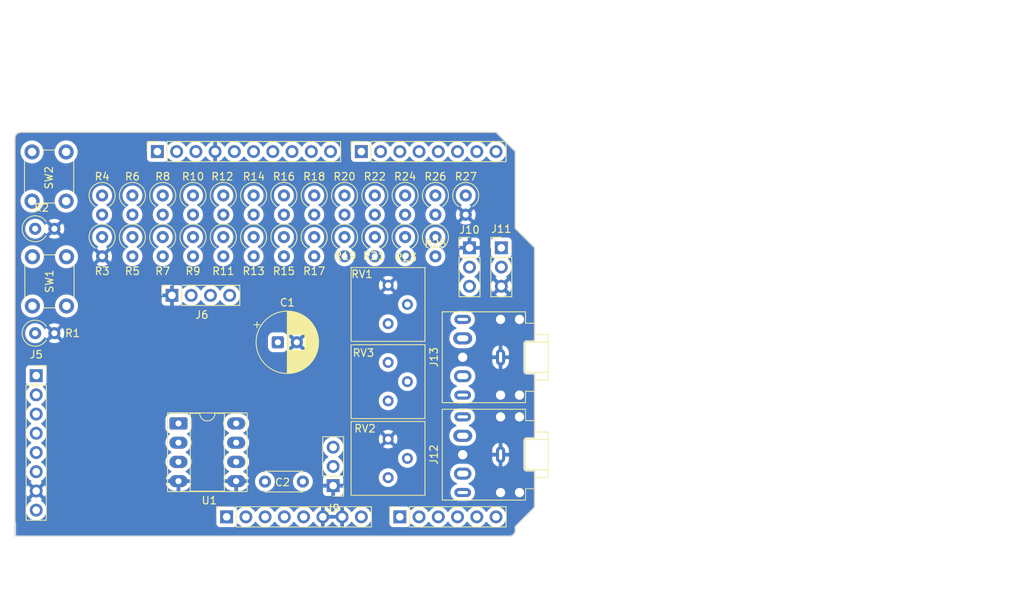
<source format=kicad_pcb>
(kicad_pcb (version 20241229) (generator "pcbnew") (generator_version "9.0")
  (title_block (date "mar. 31 mars 2015"))
  (layers (0 "F.Cu" signal) (2 "B.Cu" power) (13 "F.Paste" user) (15 "B.Paste" user) (5 "F.SilkS" user "F.Silkscreen") (7 "B.SilkS" user "B.Silkscreen") (1 "F.Mask" user) (3 "B.Mask" user) (25 "Edge.Cuts" user))
  (net 0 "")
  (net 1 "GND")
  (net 3 "+5V")
  (net 4 "/IOREF")
  (net 5 "/A0")
  (net 6 "/A1")
  (net 7 "/SDA{slash}A4")
  (net 8 "/SCL{slash}A5")
  (net 9 "/AREF")
  (net 10 "/TX{slash}1")
  (net 11 "/RX{slash}0")
  (net 12 "+3V3")
  (net 13 "VCC")
  (net 14 "/~{RESET}")
  (net 15 "/SCL")
  (net 16 "/SDA")
  (net 21 "/BT2")
  (net 22 "Net-(C2-Pad2)")
  (net 23 "Net-(U1A--)")
  (net 24 "/D7")
  (net 25 "/D8")
  (net 26 "/D9")
  (net 27 "/D6")
  (net 28 "/D4")
  (net 29 "/D5")
  (net 30 "/IN_RIGHT")
  (net 31 "/IN_LEFT")
  (net 32 "/BT1")
  (net 33 "/D3")
  (net 34 "/D2")
  (net 35 "/D0")
  (net 36 "/D1")
  (net 37 "Net-(J11-Pin_2)")
  (net 38 "/AUDIO_OUT")
  (net 39 "Net-(J9-Pin_3)")
  (net 40 "Net-(J9-Pin_2)")
  (net 41 "Net-(R14-Pad2)")
  (net 42 "Net-(R14-Pad1)")
  (net 43 "Net-(R15-Pad1)")
  (net 44 "Net-(R16-Pad1)")
  (net 45 "Net-(R17-Pad1)")
  (net 46 "Net-(R18-Pad1)")
  (net 47 "Net-(R10-Pad2)")
  (net 48 "Net-(R11-Pad2)")
  (net 49 "Net-(R12-Pad2)")
  (net 50 "Net-(R13-Pad2)")
  (net 51 "Net-(R26-Pad2)")
  (net 52 "Net-(R27-Pad1)")
  (net 53 "Net-(U1B--)")
  (footprint "Connector_PinSocket_2.54mm:PinSocket_1x08_P2.54mm_Vertical" (layer "F.Cu") (at 127.94 97.46 90)
    (property "Reference" "J1" (hide yes))
    (property "Value" "Power")
    (pad "1" thru_hole rect (at 0 0 90) (size 1.7 1.7) (drill 1) (layers "*.Cu" "*.Mask"))
    (pad "2" thru_hole oval (at 0 2.54 90) (size 1.7 1.7) (drill 1) (layers "*.Cu" "*.Mask") (net 4 "/IOREF"))
    (pad "3" thru_hole oval (at 0 5.08 90) (size 1.7 1.7) (drill 1) (layers "*.Cu" "*.Mask") (net 14 "/~{RESET}"))
    (pad "4" thru_hole oval (at 0 7.62 90) (size 1.7 1.7) (drill 1) (layers "*.Cu" "*.Mask") (net 12 "+3V3"))
    (pad "5" thru_hole oval (at 0 10.16 90) (size 1.7 1.7) (drill 1) (layers "*.Cu" "*.Mask") (net 3 "+5V"))
    (pad "6" thru_hole oval (at 0 12.7 90) (size 1.7 1.7) (drill 1) (layers "*.Cu" "*.Mask") (net 1 "GND"))
    (pad "7" thru_hole oval (at 0 15.24 90) (size 1.7 1.7) (drill 1) (layers "*.Cu" "*.Mask") (net 1 "GND"))
    (pad "8" thru_hole oval (at 0 17.78 90) (size 1.7 1.7) (drill 1) (layers "*.Cu" "*.Mask") (net 13 "VCC"))
  )
  (footprint "Connector_PinSocket_2.54mm:PinSocket_1x06_P2.54mm_Vertical" (layer "F.Cu") (at 150.8 97.46 90)
    (property "Reference" "J3" (hide yes))
    (property "Value" "Analog")
    (pad "1" thru_hole rect (at 0 0 90) (size 1.7 1.7) (drill 1) (layers "*.Cu" "*.Mask") (net 5 "/A0"))
    (pad "2" thru_hole oval (at 0 2.54 90) (size 1.7 1.7) (drill 1) (layers "*.Cu" "*.Mask") (net 6 "/A1"))
    (pad "3" thru_hole oval (at 0 5.08 90) (size 1.7 1.7) (drill 1) (layers "*.Cu" "*.Mask") (net 30 "/IN_RIGHT"))
    (pad "4" thru_hole oval (at 0 7.62 90) (size 1.7 1.7) (drill 1) (layers "*.Cu" "*.Mask") (net 31 "/IN_LEFT"))
    (pad "5" thru_hole oval (at 0 10.16 90) (size 1.7 1.7) (drill 1) (layers "*.Cu" "*.Mask") (net 7 "/SDA{slash}A4"))
    (pad "6" thru_hole oval (at 0 12.7 90) (size 1.7 1.7) (drill 1) (layers "*.Cu" "*.Mask") (net 8 "/SCL{slash}A5"))
  )
  (footprint "Connector_PinSocket_2.54mm:PinSocket_1x10_P2.54mm_Vertical" (layer "F.Cu") (at 118.796 49.2 90)
    (property "Reference" "J2" (hide yes))
    (property "Value" "Digital/PWM")
    (pad "1" thru_hole rect (at 0 0 90) (size 1.7 1.7) (drill 1) (layers "*.Cu" "*.Mask") (net 15 "/SCL"))
    (pad "2" thru_hole oval (at 0 2.54 90) (size 1.7 1.7) (drill 1) (layers "*.Cu" "*.Mask") (net 16 "/SDA"))
    (pad "3" thru_hole oval (at 0 5.08 90) (size 1.7 1.7) (drill 1) (layers "*.Cu" "*.Mask") (net 9 "/AREF"))
    (pad "4" thru_hole oval (at 0 7.62 90) (size 1.7 1.7) (drill 1) (layers "*.Cu" "*.Mask") (net 1 "GND"))
    (pad "5" thru_hole oval (at 0 10.16 90) (size 1.7 1.7) (drill 1) (layers "*.Cu" "*.Mask") (net 26 "/D9"))
    (pad "6" thru_hole oval (at 0 12.7 90) (size 1.7 1.7) (drill 1) (layers "*.Cu" "*.Mask") (net 25 "/D8"))
    (pad "7" thru_hole oval (at 0 15.24 90) (size 1.7 1.7) (drill 1) (layers "*.Cu" "*.Mask") (net 24 "/D7"))
    (pad "8" thru_hole oval (at 0 17.78 90) (size 1.7 1.7) (drill 1) (layers "*.Cu" "*.Mask") (net 27 "/D6"))
    (pad "9" thru_hole oval (at 0 20.32 90) (size 1.7 1.7) (drill 1) (layers "*.Cu" "*.Mask") (net 29 "/D5"))
    (pad "10" thru_hole oval (at 0 22.86 90) (size 1.7 1.7) (drill 1) (layers "*.Cu" "*.Mask") (net 28 "/D4"))
  )
  (footprint "Connector_PinSocket_2.54mm:PinSocket_1x08_P2.54mm_Vertical" (layer "F.Cu") (at 145.72 49.2 90)
    (property "Reference" "J4" (hide yes))
    (property "Value" "Digital/PWM")
    (pad "1" thru_hole rect (at 0 0 90) (size 1.7 1.7) (drill 1) (layers "*.Cu" "*.Mask") (net 33 "/D3"))
    (pad "2" thru_hole oval (at 0 2.54 90) (size 1.7 1.7) (drill 1) (layers "*.Cu" "*.Mask") (net 34 "/D2"))
    (pad "3" thru_hole oval (at 0 5.08 90) (size 1.7 1.7) (drill 1) (layers "*.Cu" "*.Mask") (net 36 "/D1"))
    (pad "4" thru_hole oval (at 0 7.62 90) (size 1.7 1.7) (drill 1) (layers "*.Cu" "*.Mask") (net 35 "/D0"))
    (pad "5" thru_hole oval (at 0 10.16 90) (size 1.7 1.7) (drill 1) (layers "*.Cu" "*.Mask") (net 21 "/BT2"))
    (pad "6" thru_hole oval (at 0 12.7 90) (size 1.7 1.7) (drill 1) (layers "*.Cu" "*.Mask") (net 32 "/BT1"))
    (pad "7" thru_hole oval (at 0 15.24 90) (size 1.7 1.7) (drill 1) (layers "*.Cu" "*.Mask") (net 10 "/TX{slash}1"))
    (pad "8" thru_hole oval (at 0 17.78 90) (size 1.7 1.7) (drill 1) (layers "*.Cu" "*.Mask") (net 11 "/RX{slash}0"))
  )
  (footprint "Resistor_THT:R_Axial_DIN0309_L9.0mm_D3.2mm_P2.54mm_Vertical" (layer "F.Cu") (at 123.5 60.5 -90)
    (property "Reference" "R9" (at 4.5 0 180) (layer "F.SilkS"))
    (property "Value" "20k")
    (pad "1" thru_hole circle (at 0 0 270) (size 1.6 1.6) (drill 0.8) (layers "*.Cu" "*.Mask") (net 29 "/D5"))
    (pad "2" thru_hole circle (at 2.54 0 270) (size 1.6 1.6) (drill 0.8) (layers "*.Cu" "*.Mask") (net 46 "Net-(R18-Pad1)"))
  )
  (footprint "Button_Switch_THT:SW_PUSH_6mm" (layer "F.Cu") (at 106.8 63.1 -90)
    (property "Reference" "SW1" (at 3.25 2.25 90) (layer "F.SilkS"))
    (property "Value" "BT_2")
    (pad "1" thru_hole circle (at 0 0) (size 2 2) (drill 1.1) (layers "*.Cu" "*.Mask") (net 3 "+5V"))
    (pad "1" thru_hole circle (at 6.5 0) (size 2 2) (drill 1.1) (layers "*.Cu" "*.Mask") (net 3 "+5V"))
    (pad "2" thru_hole circle (at 0 4.5) (size 2 2) (drill 1.1) (layers "*.Cu" "*.Mask") (net 21 "/BT2"))
    (pad "2" thru_hole circle (at 6.5 4.5) (size 2 2) (drill 1.1) (layers "*.Cu" "*.Mask") (net 21 "/BT2"))
  )
  (footprint "Resistor_THT:R_Axial_DIN0309_L9.0mm_D3.2mm_P2.54mm_Vertical" (layer "F.Cu") (at 139.5 60.5 -90)
    (property "Reference" "R17" (at 4.5 0 180) (layer "F.SilkS"))
    (property "Value" "10k")
    (pad "1" thru_hole circle (at 0 0 270) (size 1.6 1.6) (drill 0.8) (layers "*.Cu" "*.Mask") (net 45 "Net-(R17-Pad1)"))
    (pad "2" thru_hole circle (at 2.54 0 270) (size 1.6 1.6) (drill 0.8) (layers "*.Cu" "*.Mask") (net 44 "Net-(R16-Pad1)"))
  )
  (footprint "Capacitor_THT:C_Disc_D4.7mm_W2.5mm_P5.00mm" (layer "F.Cu") (at 133 92.8)
    (property "Reference" "C2" (at 2.325 0.1 0) (layer "F.SilkS"))
    (property "Value" "47uF")
    (pad "1" thru_hole circle (at 0 0) (size 1.6 1.6) (drill 0.8) (layers "*.Cu" "*.Mask") (net 23 "Net-(U1A--)"))
    (pad "2" thru_hole circle (at 5 0) (size 1.6 1.6) (drill 0.8) (layers "*.Cu" "*.Mask") (net 22 "Net-(C2-Pad2)"))
  )
  (footprint "Package_DIP:DIP-8_W7.62mm_Socket_LongPads" (layer "F.Cu") (at 121.58 85.12)
    (property "Reference" "U1" (at 4.07 10.175 0) (layer "F.SilkS"))
    (property "Value" "MCP6002-xP")
    (pad "1" thru_hole roundrect (at 0 0) (size 2.4 1.6) (drill 0.8) (layers "*.Cu" "*.Mask") (roundrect_rratio 0.15625) (net 22 "Net-(C2-Pad2)"))
    (pad "2" thru_hole oval (at 0 2.54) (size 2.4 1.6) (drill 0.8) (layers "*.Cu" "*.Mask") (net 23 "Net-(U1A--)"))
    (pad "3" thru_hole oval (at 0 5.08) (size 2.4 1.6) (drill 0.8) (layers "*.Cu" "*.Mask") (net 40 "Net-(J9-Pin_2)"))
    (pad "4" thru_hole oval (at 0 7.62) (size 2.4 1.6) (drill 0.8) (layers "*.Cu" "*.Mask") (net 1 "GND"))
    (pad "5" thru_hole oval (at 7.62 7.62) (size 2.4 1.6) (drill 0.8) (layers "*.Cu" "*.Mask") (net 1 "GND"))
    (pad "6" thru_hole oval (at 7.62 5.08) (size 2.4 1.6) (drill 0.8) (layers "*.Cu" "*.Mask") (net 53 "Net-(U1B--)"))
    (pad "7" thru_hole oval (at 7.62 2.54) (size 2.4 1.6) (drill 0.8) (layers "*.Cu" "*.Mask") (net 53 "Net-(U1B--)"))
    (pad "8" thru_hole oval (at 7.62 0) (size 2.4 1.6) (drill 0.8) (layers "*.Cu" "*.Mask") (net 3 "+5V"))
  )
  (footprint "Connector_Audio:Jack_3.5mm_CUI_SJ1-3525N_Horizontal" (layer "F.Cu") (at 164.1 76.375 90)
    (property "Reference" "J13" (at 0 -8.8 90) (layer "F.SilkS"))
    (property "Value" "AudioJack5")
    (pad "" np_thru_hole circle (at -5 0 90) (size 1.2 1.2) (drill 1.2) (layers "*.Cu" "*.Mask"))
    (pad "" np_thru_hole circle (at -5 2.5 90) (size 1.2 1.2) (drill 1.2) (layers "*.Cu" "*.Mask"))
    (pad "" np_thru_hole circle (at 0 -5 90) (size 1.2 1.2) (drill 1.2) (layers "*.Cu" "*.Mask"))
    (pad "" np_thru_hole circle (at 5 0 90) (size 1.2 1.2) (drill 1.2) (layers "*.Cu" "*.Mask"))
    (pad "" np_thru_hole circle (at 5 2.5 90) (size 1.2 1.2) (drill 1.2) (layers "*.Cu" "*.Mask"))
    (pad "R" thru_hole oval (at -5 -5 90) (size 1.2 2.2) (drill oval 0.4 1.4) (layers "*.Cu" "*.Mask") (net 37 "Net-(J11-Pin_2)"))
    (pad "RN" thru_hole oval (at -2.5 -5 90) (size 1.6 2.3) (drill oval 0.8 1.5) (layers "*.Cu" "*.Mask") (net 37 "Net-(J11-Pin_2)"))
    (pad "S" thru_hole oval (at 0 0 90) (size 2.2 1.2) (drill oval 1.4 0.4) (layers "*.Cu" "*.Mask") (net 1 "GND"))
    (pad "T" thru_hole oval (at 5 -5 270) (size 1.2 2.2) (drill oval 0.4 1.4) (layers "*.Cu" "*.Mask") (net 38 "/AUDIO_OUT"))
    (pad "TN" thru_hole oval (at 2.5 -5 270) (size 1.6 2.5) (drill oval 0.8 1.5) (layers "*.Cu" "*.Mask") (net 38 "/AUDIO_OUT"))
  )
  (footprint "Capacitor_THT:CP_Radial_D8.0mm_P2.50mm" (layer "F.Cu") (at 134.7 74.4)
    (property "Reference" "C1" (at 1.25 -5.25 0) (layer "F.SilkS"))
    (property "Value" "47uF")
    (pad "1" thru_hole roundrect (at 0 0) (size 1.6 1.6) (drill 0.8) (layers "*.Cu" "*.Mask") (roundrect_rratio 0.15625) (net 3 "+5V"))
    (pad "2" thru_hole circle (at 2.5 0) (size 1.6 1.6) (drill 0.8) (layers "*.Cu" "*.Mask") (net 1 "GND"))
  )
  (footprint "Potentiometer_THT:Potentiometer_Bourns_3386P_Vertical" (layer "F.Cu") (at 149.26 82.14)
    (property "Reference" "RV3" (at -3.26 -6.34 0) (layer "F.SilkS"))
    (property "Value" "100k")
    (pad "1" thru_hole circle (at 0 0) (size 1.44 1.44) (drill 0.8) (layers "*.Cu" "*.Mask") (net 51 "Net-(R26-Pad2)"))
    (pad "2" thru_hole circle (at 2.54 -2.54) (size 1.44 1.44) (drill 0.8) (layers "*.Cu" "*.Mask") (net 39 "Net-(J9-Pin_3)"))
    (pad "3" thru_hole circle (at 0 -5.08) (size 1.44 1.44) (drill 0.8) (layers "*.Cu" "*.Mask") (net 52 "Net-(R27-Pad1)"))
  )
  (footprint "Resistor_THT:R_Axial_DIN0309_L9.0mm_D3.2mm_P2.54mm_Vertical" (layer "F.Cu") (at 123.5 55 -90)
    (property "Reference" "R10" (at -2.5 0 180) (layer "F.SilkS"))
    (property "Value" "20k")
    (pad "1" thru_hole circle (at 0 0 270) (size 1.6 1.6) (drill 0.8) (layers "*.Cu" "*.Mask") (net 27 "/D6"))
    (pad "2" thru_hole circle (at 2.54 0 270) (size 1.6 1.6) (drill 0.8) (layers "*.Cu" "*.Mask") (net 47 "Net-(R10-Pad2)"))
  )
  (footprint "Resistor_THT:R_Axial_DIN0309_L9.0mm_D3.2mm_P2.54mm_Vertical" (layer "F.Cu") (at 119.5 60.5 -90)
    (property "Reference" "R7" (at 4.5 0 180) (layer "F.SilkS"))
    (property "Value" "20k")
    (pad "1" thru_hole circle (at 0 0 270) (size 1.6 1.6) (drill 0.8) (layers "*.Cu" "*.Mask") (net 33 "/D3"))
    (pad "2" thru_hole circle (at 2.54 0 270) (size 1.6 1.6) (drill 0.8) (layers "*.Cu" "*.Mask") (net 44 "Net-(R16-Pad1)"))
  )
  (footprint "Resistor_THT:R_Axial_DIN0309_L9.0mm_D3.2mm_P2.54mm_Vertical" (layer "F.Cu") (at 155.5 55 -90)
    (property "Reference" "R26" (at -2.5 0 180) (layer "F.SilkS"))
    (property "Value" "20k")
    (pad "1" thru_hole circle (at 0 0 270) (size 1.6 1.6) (drill 0.8) (layers "*.Cu" "*.Mask") (net 3 "+5V"))
    (pad "2" thru_hole circle (at 2.54 0 270) (size 1.6 1.6) (drill 0.8) (layers "*.Cu" "*.Mask") (net 51 "Net-(R26-Pad2)"))
  )
  (footprint "Connector_PinSocket_2.54mm:PinSocket_1x08_P2.54mm_Vertical" (layer "F.Cu") (at 102.8 78.8)
    (property "Reference" "J5" (at 0 -2.77 0) (layer "F.SilkS"))
    (property "Value" "IMU")
    (pad "1" thru_hole rect (at 0 0) (size 1.7 1.7) (drill 1) (layers "*.Cu" "*.Mask"))
    (pad "2" thru_hole circle (at 0 2.54) (size 1.7 1.7) (drill 1) (layers "*.Cu" "*.Mask"))
    (pad "3" thru_hole circle (at 0 5.08) (size 1.7 1.7) (drill 1) (layers "*.Cu" "*.Mask"))
    (pad "4" thru_hole circle (at 0 7.62) (size 1.7 1.7) (drill 1) (layers "*.Cu" "*.Mask"))
    (pad "5" thru_hole circle (at 0 10.16) (size 1.7 1.7) (drill 1) (layers "*.Cu" "*.Mask") (net 16 "/SDA"))
    (pad "6" thru_hole circle (at 0 12.7) (size 1.7 1.7) (drill 1) (layers "*.Cu" "*.Mask") (net 15 "/SCL"))
    (pad "7" thru_hole circle (at 0 15.24) (size 1.7 1.7) (drill 1) (layers "*.Cu" "*.Mask") (net 1 "GND"))
    (pad "8" thru_hole circle (at 0 17.78) (size 1.7 1.7) (drill 1) (layers "*.Cu" "*.Mask") (net 3 "+5V"))
  )
  (footprint "Potentiometer_THT:Potentiometer_Bourns_3386P_Vertical" (layer "F.Cu") (at 149.26 71.94)
    (property "Reference" "RV1" (at -3.46 -6.54 0) (layer "F.SilkS"))
    (property "Value" "100k")
    (pad "1" thru_hole circle (at 0 0) (size 1.44 1.44) (drill 0.8) (layers "*.Cu" "*.Mask") (net 3 "+5V"))
    (pad "2" thru_hole circle (at 2.54 -2.54) (size 1.44 1.44) (drill 0.8) (layers "*.Cu" "*.Mask") (net 5 "/A0"))
    (pad "3" thru_hole circle (at 0 -5.08) (size 1.44 1.44) (drill 0.8) (layers "*.Cu" "*.Mask") (net 1 "GND"))
  )
  (footprint "Resistor_THT:R_Axial_DIN0309_L9.0mm_D3.2mm_P2.54mm_Vertical" (layer "F.Cu") (at 102.66 73.2)
    (property "Reference" "R1" (at 4.94 0 0) (layer "F.SilkS"))
    (property "Value" "100k" (hide yes))
    (pad "1" thru_hole circle (at 0 0) (size 1.6 1.6) (drill 0.8) (layers "*.Cu" "*.Mask") (net 21 "/BT2"))
    (pad "2" thru_hole circle (at 2.54 0) (size 1.6 1.6) (drill 0.8) (layers "*.Cu" "*.Mask") (net 1 "GND"))
  )
  (footprint "Connector_PinSocket_2.54mm:PinSocket_1x04_P2.54mm_Vertical" (layer "F.Cu") (at 120.72 68.2 90)
    (property "Reference" "J6" (at -2.575 3.95 180) (layer "F.SilkS"))
    (property "Value" "OLED")
    (pad "1" thru_hole rect (at 0 0 90) (size 1.7 1.7) (drill 1) (layers "*.Cu" "*.Mask") (net 1 "GND"))
    (pad "2" thru_hole circle (at 0 2.54 90) (size 1.7 1.7) (drill 1) (layers "*.Cu" "*.Mask") (net 3 "+5V"))
    (pad "3" thru_hole circle (at 0 5.08 90) (size 1.7 1.7) (drill 1) (layers "*.Cu" "*.Mask") (net 15 "/SCL"))
    (pad "4" thru_hole circle (at 0 7.62 90) (size 1.7 1.7) (drill 1) (layers "*.Cu" "*.Mask") (net 16 "/SDA"))
  )
  (footprint "Resistor_THT:R_Axial_DIN0309_L9.0mm_D3.2mm_P2.54mm_Vertical" (layer "F.Cu") (at 102.66 59.4)
    (property "Reference" "R2" (at 0.85 -2.775 0) (layer "F.SilkS"))
    (property "Value" "100k" (hide yes))
    (pad "1" thru_hole circle (at 0 0) (size 1.6 1.6) (drill 0.8) (layers "*.Cu" "*.Mask") (net 32 "/BT1"))
    (pad "2" thru_hole circle (at 2.54 0) (size 1.6 1.6) (drill 0.8) (layers "*.Cu" "*.Mask") (net 1 "GND"))
  )
  (footprint "Resistor_THT:R_Axial_DIN0309_L9.0mm_D3.2mm_P2.54mm_Vertical" (layer "F.Cu") (at 131.5 55 -90)
    (property "Reference" "R14" (at -2.5 -0.04 180) (layer "F.SilkS"))
    (property "Value" "10k")
    (pad "1" thru_hole circle (at 0 0 270) (size 1.6 1.6) (drill 0.8) (layers "*.Cu" "*.Mask") (net 42 "Net-(R14-Pad1)"))
    (pad "2" thru_hole circle (at 2.54 0 270) (size 1.6 1.6) (drill 0.8) (layers "*.Cu" "*.Mask") (net 41 "Net-(R14-Pad2)"))
  )
  (footprint "Resistor_THT:R_Axial_DIN0309_L9.0mm_D3.2mm_P2.54mm_Vertical" (layer "F.Cu") (at 115.5 60.5 -90)
    (property "Reference" "R5" (at 4.5 0 180) (layer "F.SilkS"))
    (property "Value" "20k")
    (pad "1" thru_hole circle (at 0 0 270) (size 1.6 1.6) (drill 0.8) (layers "*.Cu" "*.Mask") (net 36 "/D1"))
    (pad "2" thru_hole circle (at 2.54 0 270) (size 1.6 1.6) (drill 0.8) (layers "*.Cu" "*.Mask") (net 42 "Net-(R14-Pad1)"))
  )
  (footprint "Resistor_THT:R_Axial_DIN0309_L9.0mm_D3.2mm_P2.54mm_Vertical" (layer "F.Cu") (at 131.5 60.5 -90)
    (property "Reference" "R13" (at 4.5 0 180) (layer "F.SilkS"))
    (property "Value" "20k")
    (pad "1" thru_hole circle (at 0 0 270) (size 1.6 1.6) (drill 0.8) (layers "*.Cu" "*.Mask") (net 26 "/D9"))
    (pad "2" thru_hole circle (at 2.54 0 270) (size 1.6 1.6) (drill 0.8) (layers "*.Cu" "*.Mask") (net 50 "Net-(R13-Pad2)"))
  )
  (footprint "Resistor_THT:R_Axial_DIN0309_L9.0mm_D3.2mm_P2.54mm_Vertical" (layer "F.Cu") (at 143.5 55 -90)
    (property "Reference" "R20" (at -2.5 0 180) (layer "F.SilkS"))
    (property "Value" "10k")
    (pad "1" thru_hole circle (at 0 0 270) (size 1.6 1.6) (drill 0.8) (layers "*.Cu" "*.Mask") (net 48 "Net-(R11-Pad2)"))
    (pad "2" thru_hole circle (at 2.54 0 270) (size 1.6 1.6) (drill 0.8) (layers "*.Cu" "*.Mask") (net 47 "Net-(R10-Pad2)"))
  )
  (footprint "Connector_Audio:Jack_3.5mm_CUI_SJ1-3525N_Horizontal" (layer "F.Cu") (at 164.1 89.25 90)
    (property "Reference" "J12" (at 0 -8.8 90) (layer "F.SilkS"))
    (property "Value" "AudioJack5")
    (pad "" np_thru_hole circle (at -5 0 90) (size 1.2 1.2) (drill 1.2) (layers "*.Cu" "*.Mask"))
    (pad "" np_thru_hole circle (at -5 2.5 90) (size 1.2 1.2) (drill 1.2) (layers "*.Cu" "*.Mask"))
    (pad "" np_thru_hole circle (at 0 -5 90) (size 1.2 1.2) (drill 1.2) (layers "*.Cu" "*.Mask"))
    (pad "" np_thru_hole circle (at 5 0 90) (size 1.2 1.2) (drill 1.2) (layers "*.Cu" "*.Mask"))
    (pad "" np_thru_hole circle (at 5 2.5 90) (size 1.2 1.2) (drill 1.2) (layers "*.Cu" "*.Mask"))
    (pad "R" thru_hole oval (at -5 -5 90) (size 1.2 2.2) (drill oval 0.4 1.4) (layers "*.Cu" "*.Mask") (net 30 "/IN_RIGHT"))
    (pad "RN" thru_hole oval (at -2.5 -5 90) (size 1.6 2.3) (drill oval 0.8 1.5) (layers "*.Cu" "*.Mask") (net 30 "/IN_RIGHT"))
    (pad "S" thru_hole oval (at 0 0 90) (size 2.2 1.2) (drill oval 1.4 0.4) (layers "*.Cu" "*.Mask") (net 1 "GND"))
    (pad "T" thru_hole oval (at 5 -5 270) (size 1.2 2.2) (drill oval 0.4 1.4) (layers "*.Cu" "*.Mask") (net 31 "/IN_LEFT"))
    (pad "TN" thru_hole oval (at 2.5 -5 270) (size 1.6 2.5) (drill oval 0.8 1.5) (layers "*.Cu" "*.Mask") (net 31 "/IN_LEFT"))
  )
  (footprint "Resistor_THT:R_Axial_DIN0309_L9.0mm_D3.2mm_P2.54mm_Vertical" (layer "F.Cu") (at 127.5 55 -90)
    (property "Reference" "R12" (at -2.5 0.13 180) (layer "F.SilkS"))
    (property "Value" "20k")
    (pad "1" thru_hole circle (at 0 0 270) (size 1.6 1.6) (drill 0.8) (layers "*.Cu" "*.Mask") (net 25 "/D8"))
    (pad "2" thru_hole circle (at 2.54 0 270) (size 1.6 1.6) (drill 0.8) (layers "*.Cu" "*.Mask") (net 49 "Net-(R12-Pad2)"))
  )
  (footprint "Resistor_THT:R_Axial_DIN0309_L9.0mm_D3.2mm_P2.54mm_Vertical" (layer "F.Cu") (at 135.5 55 -90)
    (property "Reference" "R16" (at -2.5 0 180) (layer "F.SilkS"))
    (property "Value" "10k")
    (pad "1" thru_hole circle (at 0 0 270) (size 1.6 1.6) (drill 0.8) (layers "*.Cu" "*.Mask") (net 44 "Net-(R16-Pad1)"))
    (pad "2" thru_hole circle (at 2.54 0 270) (size 1.6 1.6) (drill 0.8) (layers "*.Cu" "*.Mask") (net 43 "Net-(R15-Pad1)"))
  )
  (footprint "Resistor_THT:R_Axial_DIN0309_L9.0mm_D3.2mm_P2.54mm_Vertical" (layer "F.Cu") (at 159.5 55 -90)
    (property "Reference" "R27" (at -2.5 -0.025 180) (layer "F.SilkS"))
    (property "Value" "20k")
    (pad "1" thru_hole circle (at 0 0 270) (size 1.6 1.6) (drill 0.8) (layers "*.Cu" "*.Mask") (net 52 "Net-(R27-Pad1)"))
    (pad "2" thru_hole circle (at 2.54 0 270) (size 1.6 1.6) (drill 0.8) (layers "*.Cu" "*.Mask") (net 1 "GND"))
  )
  (footprint "Button_Switch_THT:SW_PUSH_6mm" (layer "F.Cu") (at 106.75 49.25 -90)
    (property "Reference" "SW2" (at 3.41 2.27 90) (layer "F.SilkS"))
    (property "Value" "BT_1" (hide yes))
    (pad "1" thru_hole circle (at 0 0) (size 2 2) (drill 1.1) (layers "*.Cu" "*.Mask") (net 3 "+5V"))
    (pad "1" thru_hole circle (at 6.5 0) (size 2 2) (drill 1.1) (layers "*.Cu" "*.Mask") (net 3 "+5V"))
    (pad "2" thru_hole circle (at 0 4.5) (size 2 2) (drill 1.1) (layers "*.Cu" "*.Mask") (net 32 "/BT1"))
    (pad "2" thru_hole circle (at 6.5 4.5) (size 2 2) (drill 1.1) (layers "*.Cu" "*.Mask") (net 32 "/BT1"))
  )
  (footprint "Resistor_THT:R_Axial_DIN0309_L9.0mm_D3.2mm_P2.54mm_Vertical" (layer "F.Cu") (at 119.5 55 -90)
    (property "Reference" "R8" (at -2.5 0 180) (layer "F.SilkS"))
    (property "Value" "20k")
    (pad "1" thru_hole circle (at 0 0 270) (size 1.6 1.6) (drill 0.8) (layers "*.Cu" "*.Mask") (net 28 "/D4"))
    (pad "2" thru_hole circle (at 2.54 0 270) (size 1.6 1.6) (drill 0.8) (layers "*.Cu" "*.Mask") (net 45 "Net-(R17-Pad1)"))
  )
  (footprint "Resistor_THT:R_Axial_DIN0309_L9.0mm_D3.2mm_P2.54mm_Vertical" (layer "F.Cu") (at 147.5 60.5 -90)
    (property "Reference" "R21" (at 2.5 0.1 180) (layer "F.SilkS"))
    (property "Value" "10k")
    (pad "1" thru_hole circle (at 0 0 270) (size 1.6 1.6) (drill 0.8) (layers "*.Cu" "*.Mask") (net 49 "Net-(R12-Pad2)"))
    (pad "2" thru_hole circle (at 2.54 0 270) (size 1.6 1.6) (drill 0.8) (layers "*.Cu" "*.Mask") (net 48 "Net-(R11-Pad2)"))
  )
  (footprint "Resistor_THT:R_Axial_DIN0309_L9.0mm_D3.2mm_P2.54mm_Vertical" (layer "F.Cu") (at 151.5 60.5 -90)
    (property "Reference" "R23" (at 2.7 -0.1 180) (layer "F.SilkS"))
    (property "Value" "10k")
    (pad "1" thru_hole circle (at 0 0 270) (size 1.6 1.6) (drill 0.8) (layers "*.Cu" "*.Mask") (net 23 "Net-(U1A--)"))
    (pad "2" thru_hole circle (at 2.54 0 270) (size 1.6 1.6) (drill 0.8) (layers "*.Cu" "*.Mask") (net 50 "Net-(R13-Pad2)"))
  )
  (footprint "Resistor_THT:R_Axial_DIN0309_L9.0mm_D3.2mm_P2.54mm_Vertical" (layer "F.Cu") (at 155.5 60.5 -90)
    (property "Reference" "R25" (at 0.87 0 180) (layer "F.SilkS"))
    (property "Value" "1k")
    (pad "1" thru_hole circle (at 0 0 270) (size 1.6 1.6) (drill 0.8) (layers "*.Cu" "*.Mask") (net 38 "/AUDIO_OUT"))
    (pad "2" thru_hole circle (at 2.54 0 270) (size 1.6 1.6) (drill 0.8) (layers "*.Cu" "*.Mask") (net 22 "Net-(C2-Pad2)"))
  )
  (footprint "Connector_PinHeader_2.54mm:PinHeader_1x03_P2.54mm_Vertical" (layer "F.Cu") (at 142 93.34 180)
    (property "Reference" "J9" (at 0 -3 0) (layer "F.SilkS"))
    (property "Value" "JUMPER")
    (pad "1" thru_hole rect (at 0 0 180) (size 1.7 1.7) (drill 1) (layers "*.Cu" "*.Mask") (net 1 "GND"))
    (pad "2" thru_hole circle (at 0 2.54 180) (size 1.7 1.7) (drill 1) (layers "*.Cu" "*.Mask") (net 40 "Net-(J9-Pin_2)"))
    (pad "3" thru_hole circle (at 0 5.08 180) (size 1.7 1.7) (drill 1) (layers "*.Cu" "*.Mask") (net 39 "Net-(J9-Pin_3)"))
  )
  (footprint "Potentiometer_THT:Potentiometer_Bourns_3386P_Vertical" (layer "F.Cu") (at 149.26 92.28)
    (property "Reference" "RV2" (at -3.06 -6.48 0) (layer "F.SilkS"))
    (property "Value" "100k")
    (pad "1" thru_hole circle (at 0 0) (size 1.44 1.44) (drill 0.8) (layers "*.Cu" "*.Mask") (net 3 "+5V"))
    (pad "2" thru_hole circle (at 2.54 -2.54) (size 1.44 1.44) (drill 0.8) (layers "*.Cu" "*.Mask") (net 6 "/A1"))
    (pad "3" thru_hole circle (at 0 -5.08) (size 1.44 1.44) (drill 0.8) (layers "*.Cu" "*.Mask") (net 1 "GND"))
  )
  (footprint "Resistor_THT:R_Axial_DIN0309_L9.0mm_D3.2mm_P2.54mm_Vertical" (layer "F.Cu") (at 115.5 55 -90)
    (property "Reference" "R6" (at -2.5 0 180) (layer "F.SilkS"))
    (property "Value" "20k")
    (pad "1" thru_hole circle (at 0 0 270) (size 1.6 1.6) (drill 0.8) (layers "*.Cu" "*.Mask") (net 34 "/D2"))
    (pad "2" thru_hole circle (at 2.54 0 270) (size 1.6 1.6) (drill 0.8) (layers "*.Cu" "*.Mask") (net 43 "Net-(R15-Pad1)"))
  )
  (footprint "Resistor_THT:R_Axial_DIN0309_L9.0mm_D3.2mm_P2.54mm_Vertical" (layer "F.Cu") (at 147.5 55 -90)
    (property "Reference" "R22" (at -2.5 0 180) (layer "F.SilkS"))
    (property "Value" "10k")
    (pad "1" thru_hole circle (at 0 0 270) (size 1.6 1.6) (drill 0.8) (layers "*.Cu" "*.Mask") (net 50 "Net-(R13-Pad2)"))
    (pad "2" thru_hole circle (at 2.54 0 270) (size 1.6 1.6) (drill 0.8) (layers "*.Cu" "*.Mask") (net 49 "Net-(R12-Pad2)"))
  )
  (footprint "Resistor_THT:R_Axial_DIN0309_L9.0mm_D3.2mm_P2.54mm_Vertical" (layer "F.Cu") (at 111.5 55 -90)
    (property "Reference" "R4" (at -2.5 0 180) (layer "F.SilkS"))
    (property "Value" "20k")
    (pad "1" thru_hole circle (at 0 0 270) (size 1.6 1.6) (drill 0.8) (layers "*.Cu" "*.Mask") (net 35 "/D0"))
    (pad "2" thru_hole circle (at 2.54 0 270) (size 1.6 1.6) (drill 0.8) (layers "*.Cu" "*.Mask") (net 41 "Net-(R14-Pad2)"))
  )
  (footprint "Resistor_THT:R_Axial_DIN0309_L9.0mm_D3.2mm_P2.54mm_Vertical" (layer "F.Cu") (at 127.5 60.5 -90)
    (property "Reference" "R11" (at 4.5 0 180) (layer "F.SilkS"))
    (property "Value" "20k")
    (pad "1" thru_hole circle (at 0 0 270) (size 1.6 1.6) (drill 0.8) (layers "*.Cu" "*.Mask") (net 24 "/D7"))
    (pad "2" thru_hole circle (at 2.54 0 270) (size 1.6 1.6) (drill 0.8) (layers "*.Cu" "*.Mask") (net 48 "Net-(R11-Pad2)"))
  )
  (footprint "Resistor_THT:R_Axial_DIN0309_L9.0mm_D3.2mm_P2.54mm_Vertical" (layer "F.Cu") (at 111.5 60.5 -90)
    (property "Reference" "R3" (at 4.5 0 180) (layer "F.SilkS"))
    (property "Value" "20k")
    (pad "1" thru_hole circle (at 0 0 270) (size 1.6 1.6) (drill 0.8) (layers "*.Cu" "*.Mask") (net 41 "Net-(R14-Pad2)"))
    (pad "2" thru_hole circle (at 2.54 0 270) (size 1.6 1.6) (drill 0.8) (layers "*.Cu" "*.Mask") (net 1 "GND"))
  )
  (footprint "Resistor_THT:R_Axial_DIN0309_L9.0mm_D3.2mm_P2.54mm_Vertical" (layer "F.Cu") (at 139.5 55 -90)
    (property "Reference" "R18" (at -2.5 0 180) (layer "F.SilkS"))
    (property "Value" "10k")
    (pad "1" thru_hole circle (at 0 0 270) (size 1.6 1.6) (drill 0.8) (layers "*.Cu" "*.Mask") (net 46 "Net-(R18-Pad1)"))
    (pad "2" thru_hole circle (at 2.54 0 270) (size 1.6 1.6) (drill 0.8) (layers "*.Cu" "*.Mask") (net 45 "Net-(R17-Pad1)"))
  )
  (footprint "Resistor_THT:R_Axial_DIN0309_L9.0mm_D3.2mm_P2.54mm_Vertical" (layer "F.Cu") (at 143.5 60.5 -90)
    (property "Reference" "R19" (at 2.5 -0.1 180) (layer "F.SilkS"))
    (property "Value" "10k")
    (pad "1" thru_hole circle (at 0 0 270) (size 1.6 1.6) (drill 0.8) (layers "*.Cu" "*.Mask") (net 47 "Net-(R10-Pad2)"))
    (pad "2" thru_hole circle (at 2.54 0 270) (size 1.6 1.6) (drill 0.8) (layers "*.Cu" "*.Mask") (net 46 "Net-(R18-Pad1)"))
  )
  (footprint "Connector_PinHeader_2.54mm:PinHeader_1x03_P2.54mm_Vertical" (layer "F.Cu") (at 164.2 61.92)
    (property "Reference" "J11" (at 0 -2.5 0) (layer "F.SilkS"))
    (property "Value" "AUDIO_OUT")
    (pad "1" thru_hole rect (at 0 0) (size 1.7 1.7) (drill 1) (layers "*.Cu" "*.Mask") (net 38 "/AUDIO_OUT"))
    (pad "2" thru_hole circle (at 0 2.54) (size 1.7 1.7) (drill 1) (layers "*.Cu" "*.Mask") (net 37 "Net-(J11-Pin_2)"))
    (pad "3" thru_hole circle (at 0 5.08) (size 1.7 1.7) (drill 1) (layers "*.Cu" "*.Mask") (net 1 "GND"))
  )
  (footprint "Resistor_THT:R_Axial_DIN0309_L9.0mm_D3.2mm_P2.54mm_Vertical" (layer "F.Cu") (at 135.5 60.5 -90)
    (property "Reference" "R15" (at 4.5 0 180) (layer "F.SilkS"))
    (property "Value" "10k")
    (pad "1" thru_hole circle (at 0 0 270) (size 1.6 1.6) (drill 0.8) (layers "*.Cu" "*.Mask") (net 43 "Net-(R15-Pad1)"))
    (pad "2" thru_hole circle (at 2.54 0 270) (size 1.6 1.6) (drill 0.8) (layers "*.Cu" "*.Mask") (net 42 "Net-(R14-Pad1)"))
  )
  (footprint "Connector_PinHeader_2.54mm:PinHeader_1x03_P2.54mm_Vertical" (layer "F.Cu") (at 160 61.92)
    (property "Reference" "J10" (at 0 -2.38 0) (layer "F.SilkS"))
    (property "Value" "AUDIO_IN")
    (pad "1" thru_hole rect (at 0 0) (size 1.7 1.7) (drill 1) (layers "*.Cu" "*.Mask") (net 1 "GND"))
    (pad "2" thru_hole circle (at 0 2.54) (size 1.7 1.7) (drill 1) (layers "*.Cu" "*.Mask") (net 30 "/IN_RIGHT"))
    (pad "3" thru_hole circle (at 0 5.08) (size 1.7 1.7) (drill 1) (layers "*.Cu" "*.Mask") (net 31 "/IN_LEFT"))
  )
  (footprint "Resistor_THT:R_Axial_DIN0309_L9.0mm_D3.2mm_P2.54mm_Vertical" (layer "F.Cu") (at 151.5 55 -90)
    (property "Reference" "R24" (at -2.5 0 180) (layer "F.SilkS"))
    (property "Value" "20k")
    (pad "1" thru_hole circle (at 0 0 270) (size 1.6 1.6) (drill 0.8) (layers "*.Cu" "*.Mask") (net 22 "Net-(C2-Pad2)"))
    (pad "2" thru_hole circle (at 2.54 0 270) (size 1.6 1.6) (drill 0.8) (layers "*.Cu" "*.Mask") (net 23 "Net-(U1A--)"))
  )
  (gr_line (start 166.04 59.36) (end 168.58 61.9) (stroke (width 0.15)) (layer "Edge.Cuts"))
  (gr_arc (start 167.18 74.600001) (mid 167.297157 74.317158) (end 167.58 74.200001) (stroke (width 0.15)) (layer "Edge.Cuts"))
  (gr_line (start 100 100) (end 100 47.422) (stroke (width 0.15)) (layer "Edge.Cuts"))
  (gr_line (start 168.58 78.6) (end 168.58 87.02) (stroke (width 0.15)) (layer "Edge.Cuts"))
  (gr_line (start 167.58 91.42) (end 168.58 91.42) (stroke (width 0.15)) (layer "Edge.Cuts"))
  (gr_line (start 168.58 87.02) (end 167.58 87.02) (stroke (width 0.15)) (layer "Edge.Cuts"))
  (gr_line (start 168.58 61.9) (end 168.58 74.2) (stroke (width 0.15)) (layer "Edge.Cuts"))
  (gr_line (start 165.278 100) (end 100 100) (stroke (width 0.15)) (layer "Edge.Cuts"))
  (gr_line (start 100.762 46.66) (end 163.5 46.66) (stroke (width 0.15)) (layer "Edge.Cuts"))
  (gr_line (start 168.58 74.2) (end 167.58 74.2) (stroke (width 0.15)) (layer "Edge.Cuts"))
  (gr_line (start 168.58 96.19) (end 166.04 98.73) (stroke (width 0.15)) (layer "Edge.Cuts"))
  (gr_line (start 163.5 46.66) (end 166.04 49.2) (stroke (width 0.15)) (layer "Edge.Cuts"))
  (gr_line (start 167.18 87.42) (end 167.18 91.02) (stroke (width 0.15)) (layer "Edge.Cuts"))
  (gr_arc (start 167.58 91.42) (mid 167.297157 91.302843) (end 167.18 91.02) (stroke (width 0.15)) (layer "Edge.Cuts"))
  (gr_arc (start 166.04 99.238) (mid 165.816815 99.776815) (end 165.278 100) (stroke (width 0.15)) (layer "Edge.Cuts"))
  (gr_line (start 167.18 74.6) (end 167.180002 78.199998) (stroke (width 0.15)) (layer "Edge.Cuts"))
  (gr_line (start 168.58 91.42) (end 168.58 96.19) (stroke (width 0.15)) (layer "Edge.Cuts"))
  (gr_arc (start 167.18 87.42) (mid 167.297157 87.137157) (end 167.58 87.02) (stroke (width 0.15)) (layer "Edge.Cuts"))
  (gr_line (start 167.58 78.6) (end 168.58 78.6) (stroke (width 0.15)) (layer "Edge.Cuts"))
  (gr_line (start 166.04 49.2) (end 166.04 59.36) (stroke (width 0.15)) (layer "Edge.Cuts"))
  (gr_line (start 166.04 98.73) (end 166.04 99.238) (stroke (width 0.15)) (layer "Edge.Cuts"))
  (gr_arc (start 100 47.422) (mid 100.223185 46.883185) (end 100.762 46.66) (stroke (width 0.15)) (layer "Edge.Cuts"))
  (gr_arc (start 167.58 78.6) (mid 167.297157 78.482843) (end 167.18 78.2) (stroke (width 0.15)) (layer "Edge.Cuts"))
  (zone (net 1) (net_name "GND") (layer "B.Cu") (connect_pads (clearance 0.508)) (min_thickness 0.25) (fill yes (thermal_gap 0.5) (thermal_bridge_width 0.5))
    (polygon (pts (xy 99.5 45.5) (xy 170 46) (xy 169.5 101) (xy 99.5 101)))
  )
)
</source>
